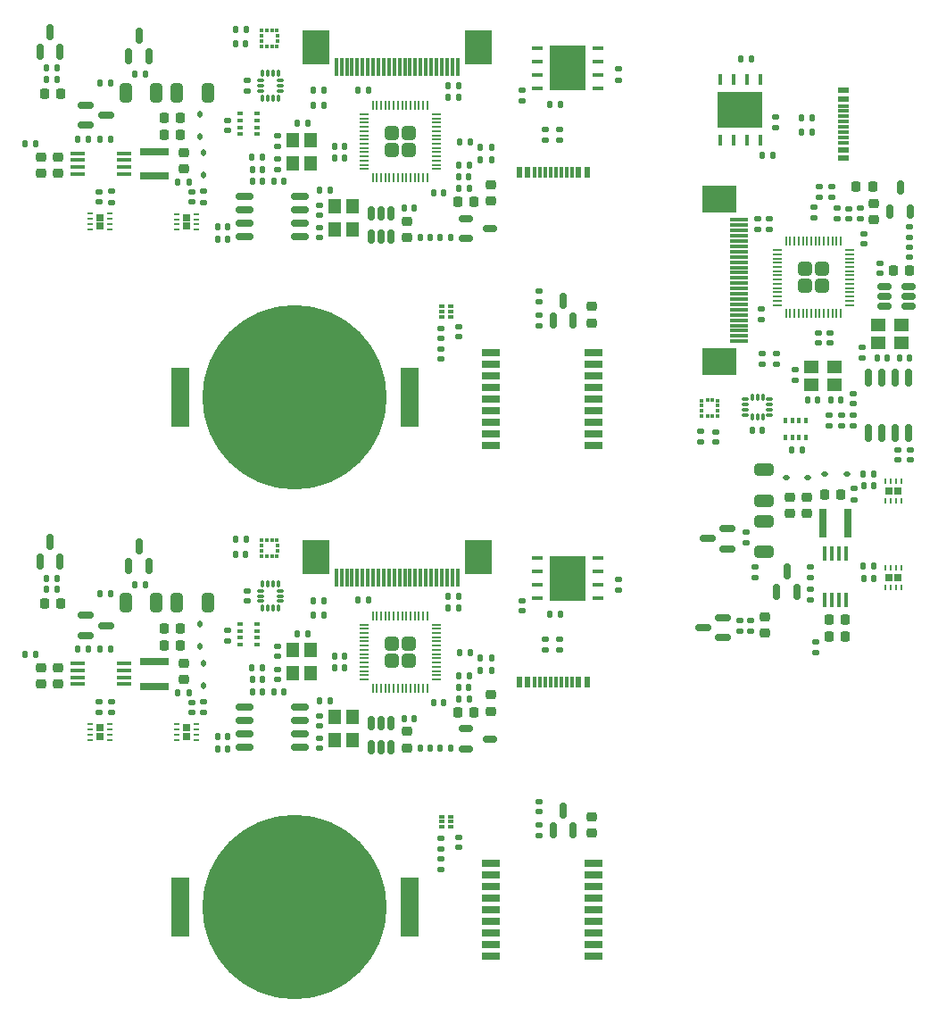
<source format=gbr>
%TF.GenerationSoftware,KiCad,Pcbnew,8.0.2*%
%TF.CreationDate,2024-05-13T13:54:00+09:00*%
%TF.ProjectId,ikafly_rev1a_p,696b6166-6c79-45f7-9265-7631615f702e,rev?*%
%TF.SameCoordinates,Original*%
%TF.FileFunction,Paste,Top*%
%TF.FilePolarity,Positive*%
%FSLAX46Y46*%
G04 Gerber Fmt 4.6, Leading zero omitted, Abs format (unit mm)*
G04 Created by KiCad (PCBNEW 8.0.2) date 2024-05-13 13:54:00*
%MOMM*%
%LPD*%
G01*
G04 APERTURE LIST*
G04 Aperture macros list*
%AMRoundRect*
0 Rectangle with rounded corners*
0 $1 Rounding radius*
0 $2 $3 $4 $5 $6 $7 $8 $9 X,Y pos of 4 corners*
0 Add a 4 corners polygon primitive as box body*
4,1,4,$2,$3,$4,$5,$6,$7,$8,$9,$2,$3,0*
0 Add four circle primitives for the rounded corners*
1,1,$1+$1,$2,$3*
1,1,$1+$1,$4,$5*
1,1,$1+$1,$6,$7*
1,1,$1+$1,$8,$9*
0 Add four rect primitives between the rounded corners*
20,1,$1+$1,$2,$3,$4,$5,0*
20,1,$1+$1,$4,$5,$6,$7,0*
20,1,$1+$1,$6,$7,$8,$9,0*
20,1,$1+$1,$8,$9,$2,$3,0*%
G04 Aperture macros list end*
%ADD10RoundRect,0.140000X-0.170000X0.140000X-0.170000X-0.140000X0.170000X-0.140000X0.170000X0.140000X0*%
%ADD11RoundRect,0.135000X0.185000X-0.135000X0.185000X0.135000X-0.185000X0.135000X-0.185000X-0.135000X0*%
%ADD12RoundRect,0.135000X0.135000X0.185000X-0.135000X0.185000X-0.135000X-0.185000X0.135000X-0.185000X0*%
%ADD13RoundRect,0.225000X-0.250000X0.225000X-0.250000X-0.225000X0.250000X-0.225000X0.250000X0.225000X0*%
%ADD14R,3.200000X2.500000*%
%ADD15R,1.800000X0.350000*%
%ADD16RoundRect,0.140000X0.170000X-0.140000X0.170000X0.140000X-0.170000X0.140000X-0.170000X-0.140000X0*%
%ADD17RoundRect,0.150000X0.150000X-0.512500X0.150000X0.512500X-0.150000X0.512500X-0.150000X-0.512500X0*%
%ADD18RoundRect,0.249999X-0.395001X-0.395001X0.395001X-0.395001X0.395001X0.395001X-0.395001X0.395001X0*%
%ADD19RoundRect,0.050000X-0.387500X-0.050000X0.387500X-0.050000X0.387500X0.050000X-0.387500X0.050000X0*%
%ADD20RoundRect,0.050000X-0.050000X-0.387500X0.050000X-0.387500X0.050000X0.387500X-0.050000X0.387500X0*%
%ADD21RoundRect,0.135000X-0.185000X0.135000X-0.185000X-0.135000X0.185000X-0.135000X0.185000X0.135000X0*%
%ADD22RoundRect,0.140000X0.140000X0.170000X-0.140000X0.170000X-0.140000X-0.170000X0.140000X-0.170000X0*%
%ADD23RoundRect,0.150000X0.512500X0.150000X-0.512500X0.150000X-0.512500X-0.150000X0.512500X-0.150000X0*%
%ADD24RoundRect,0.150000X0.150000X-0.587500X0.150000X0.587500X-0.150000X0.587500X-0.150000X-0.587500X0*%
%ADD25RoundRect,0.150000X0.587500X0.150000X-0.587500X0.150000X-0.587500X-0.150000X0.587500X-0.150000X0*%
%ADD26R,1.140000X0.600000*%
%ADD27R,1.140000X0.300000*%
%ADD28R,0.450000X1.050000*%
%ADD29R,4.350000X3.450000*%
%ADD30R,0.650000X0.750000*%
%ADD31R,0.250000X0.500000*%
%ADD32RoundRect,0.147500X0.172500X-0.147500X0.172500X0.147500X-0.172500X0.147500X-0.172500X-0.147500X0*%
%ADD33RoundRect,0.140000X-0.140000X-0.170000X0.140000X-0.170000X0.140000X0.170000X-0.140000X0.170000X0*%
%ADD34R,0.350000X0.500000*%
%ADD35RoundRect,0.250000X-0.650000X0.325000X-0.650000X-0.325000X0.650000X-0.325000X0.650000X0.325000X0*%
%ADD36R,0.450000X1.425000*%
%ADD37RoundRect,0.147500X-0.172500X0.147500X-0.172500X-0.147500X0.172500X-0.147500X0.172500X0.147500X0*%
%ADD38RoundRect,0.150000X0.150000X-0.675000X0.150000X0.675000X-0.150000X0.675000X-0.150000X-0.675000X0*%
%ADD39RoundRect,0.225000X0.250000X-0.225000X0.250000X0.225000X-0.250000X0.225000X-0.250000X-0.225000X0*%
%ADD40RoundRect,0.225000X-0.225000X-0.250000X0.225000X-0.250000X0.225000X0.250000X-0.225000X0.250000X0*%
%ADD41R,1.400000X1.200000*%
%ADD42RoundRect,0.218750X0.256250X-0.218750X0.256250X0.218750X-0.256250X0.218750X-0.256250X-0.218750X0*%
%ADD43R,0.375000X0.350000*%
%ADD44R,0.350000X0.375000*%
%ADD45RoundRect,0.225000X0.225000X0.250000X-0.225000X0.250000X-0.225000X-0.250000X0.225000X-0.250000X0*%
%ADD46RoundRect,0.112500X0.187500X0.112500X-0.187500X0.112500X-0.187500X-0.112500X0.187500X-0.112500X0*%
%ADD47RoundRect,0.218750X-0.218750X-0.256250X0.218750X-0.256250X0.218750X0.256250X-0.218750X0.256250X0*%
%ADD48RoundRect,0.087500X-0.225000X-0.087500X0.225000X-0.087500X0.225000X0.087500X-0.225000X0.087500X0*%
%ADD49RoundRect,0.087500X-0.087500X-0.225000X0.087500X-0.225000X0.087500X0.225000X-0.087500X0.225000X0*%
%ADD50R,0.800000X2.700000*%
%ADD51RoundRect,0.112500X-0.187500X-0.112500X0.187500X-0.112500X0.187500X0.112500X-0.187500X0.112500X0*%
%ADD52RoundRect,0.135000X-0.135000X-0.185000X0.135000X-0.185000X0.135000X0.185000X-0.135000X0.185000X0*%
%ADD53R,2.500000X3.200000*%
%ADD54R,0.350000X1.800000*%
%ADD55RoundRect,0.150000X-0.512500X-0.150000X0.512500X-0.150000X0.512500X0.150000X-0.512500X0.150000X0*%
%ADD56RoundRect,0.249999X-0.395001X0.395001X-0.395001X-0.395001X0.395001X-0.395001X0.395001X0.395001X0*%
%ADD57RoundRect,0.050000X-0.050000X0.387500X-0.050000X-0.387500X0.050000X-0.387500X0.050000X0.387500X0*%
%ADD58RoundRect,0.050000X-0.387500X0.050000X-0.387500X-0.050000X0.387500X-0.050000X0.387500X0.050000X0*%
%ADD59R,1.750000X5.600000*%
%ADD60C,17.500000*%
%ADD61RoundRect,0.150000X-0.587500X-0.150000X0.587500X-0.150000X0.587500X0.150000X-0.587500X0.150000X0*%
%ADD62R,0.600000X1.140000*%
%ADD63R,0.300000X1.140000*%
%ADD64R,1.050000X0.450000*%
%ADD65R,3.450000X4.350000*%
%ADD66R,0.750000X0.650000*%
%ADD67R,0.500000X0.250000*%
%ADD68R,0.600000X0.300000*%
%ADD69RoundRect,0.147500X-0.147500X-0.172500X0.147500X-0.172500X0.147500X0.172500X-0.147500X0.172500X0*%
%ADD70R,0.500000X0.350000*%
%ADD71RoundRect,0.250000X0.325000X0.650000X-0.325000X0.650000X-0.325000X-0.650000X0.325000X-0.650000X0*%
%ADD72R,1.425000X0.450000*%
%ADD73RoundRect,0.147500X0.147500X0.172500X-0.147500X0.172500X-0.147500X-0.172500X0.147500X-0.172500X0*%
%ADD74RoundRect,0.150000X-0.675000X-0.150000X0.675000X-0.150000X0.675000X0.150000X-0.675000X0.150000X0*%
%ADD75R,1.200000X1.400000*%
%ADD76RoundRect,0.112500X0.112500X-0.187500X0.112500X0.187500X-0.112500X0.187500X-0.112500X-0.187500X0*%
%ADD77RoundRect,0.218750X-0.256250X0.218750X-0.256250X-0.218750X0.256250X-0.218750X0.256250X0.218750X0*%
%ADD78RoundRect,0.087500X-0.087500X0.225000X-0.087500X-0.225000X0.087500X-0.225000X0.087500X0.225000X0*%
%ADD79RoundRect,0.087500X-0.225000X0.087500X-0.225000X-0.087500X0.225000X-0.087500X0.225000X0.087500X0*%
%ADD80R,2.700000X0.800000*%
%ADD81R,1.800000X0.800000*%
%ADD82RoundRect,0.112500X-0.112500X0.187500X-0.112500X-0.187500X0.112500X-0.187500X0.112500X0.187500X0*%
G04 APERTURE END LIST*
D10*
%TO.C,C25*%
X146300000Y-79490000D03*
X146300000Y-80450000D03*
%TD*%
D11*
%TO.C,R4*%
X153850000Y-74580000D03*
X153850000Y-73560000D03*
%TD*%
%TO.C,R9*%
X152100000Y-73030000D03*
X152100000Y-72010000D03*
%TD*%
D12*
%TO.C,R10*%
X155410000Y-49670000D03*
X154390000Y-49670000D03*
%TD*%
D13*
%TO.C,C39*%
X153300000Y-85645000D03*
X153300000Y-87195000D03*
%TD*%
D14*
%TO.C,J8*%
X146600000Y-72820000D03*
X146600000Y-57420000D03*
D15*
X148500000Y-70870000D03*
X148500000Y-70370000D03*
X148500000Y-69870000D03*
X148500000Y-69370000D03*
X148500000Y-68870000D03*
X148500000Y-68370000D03*
X148500000Y-67870000D03*
X148500000Y-67370000D03*
X148500000Y-66870000D03*
X148500000Y-66370000D03*
X148500000Y-65870000D03*
X148500000Y-65370000D03*
X148500000Y-64870000D03*
X148500000Y-64370000D03*
X148500000Y-63870000D03*
X148500000Y-63370000D03*
X148500000Y-62870000D03*
X148500000Y-62370000D03*
X148500000Y-61870000D03*
X148500000Y-61370000D03*
X148500000Y-60870000D03*
X148500000Y-60370000D03*
X148500000Y-59870000D03*
X148500000Y-59370000D03*
%TD*%
D16*
%TO.C,C10*%
X158900000Y-59250000D03*
X158900000Y-58290000D03*
%TD*%
D11*
%TO.C,R21*%
X155300000Y-93280000D03*
X155300000Y-92260000D03*
%TD*%
D16*
%TO.C,C28*%
X159350000Y-78850000D03*
X159350000Y-77890000D03*
%TD*%
D17*
%TO.C,IC12*%
X162850000Y-58545000D03*
X164750000Y-58545000D03*
X163800000Y-56270000D03*
%TD*%
D18*
%TO.C,IC2*%
X154762500Y-64020000D03*
X154762500Y-65620000D03*
X156362500Y-64020000D03*
X156362500Y-65620000D03*
D19*
X152125000Y-62220000D03*
X152125000Y-62620000D03*
X152125000Y-63020000D03*
X152125000Y-63420000D03*
X152125000Y-63820000D03*
X152125000Y-64220000D03*
X152125000Y-64620000D03*
X152125000Y-65020000D03*
X152125000Y-65420000D03*
X152125000Y-65820000D03*
X152125000Y-66220000D03*
X152125000Y-66620000D03*
X152125000Y-67020000D03*
X152125000Y-67420000D03*
D20*
X152962500Y-68257500D03*
X153362500Y-68257500D03*
X153762500Y-68257500D03*
X154162500Y-68257500D03*
X154562500Y-68257500D03*
X154962500Y-68257500D03*
X155362500Y-68257500D03*
X155762500Y-68257500D03*
X156162500Y-68257500D03*
X156562500Y-68257500D03*
X156962500Y-68257500D03*
X157362500Y-68257500D03*
X157762500Y-68257500D03*
X158162500Y-68257500D03*
D19*
X159000000Y-67420000D03*
X159000000Y-67020000D03*
X159000000Y-66620000D03*
X159000000Y-66220000D03*
X159000000Y-65820000D03*
X159000000Y-65420000D03*
X159000000Y-65020000D03*
X159000000Y-64620000D03*
X159000000Y-64220000D03*
X159000000Y-63820000D03*
X159000000Y-63420000D03*
X159000000Y-63020000D03*
X159000000Y-62620000D03*
X159000000Y-62220000D03*
D20*
X158162500Y-61382500D03*
X157762500Y-61382500D03*
X157362500Y-61382500D03*
X156962500Y-61382500D03*
X156562500Y-61382500D03*
X156162500Y-61382500D03*
X155762500Y-61382500D03*
X155362500Y-61382500D03*
X154962500Y-61382500D03*
X154562500Y-61382500D03*
X154162500Y-61382500D03*
X153762500Y-61382500D03*
X153362500Y-61382500D03*
X152962500Y-61382500D03*
%TD*%
D21*
%TO.C,R19*%
X149200000Y-88960000D03*
X149200000Y-89980000D03*
%TD*%
D22*
%TO.C,C32*%
X164680000Y-72460000D03*
X163720000Y-72460000D03*
%TD*%
%TO.C,C46*%
X161300000Y-84570000D03*
X160340000Y-84570000D03*
%TD*%
D23*
%TO.C,IC11*%
X164600000Y-67570000D03*
X164600000Y-66620000D03*
X164600000Y-65670000D03*
X162325000Y-65670000D03*
X162325000Y-66620000D03*
X162325000Y-67570000D03*
%TD*%
D11*
%TO.C,R15*%
X150650000Y-68780000D03*
X150650000Y-67760000D03*
%TD*%
D21*
%TO.C,R2*%
X157300000Y-56160000D03*
X157300000Y-57180000D03*
%TD*%
D24*
%TO.C,Q3*%
X152100000Y-94607500D03*
X154000000Y-94607500D03*
X153050000Y-92732500D03*
%TD*%
D25*
%TO.C,Q2*%
X147435000Y-90550000D03*
X147435000Y-88650000D03*
X145560000Y-89600000D03*
%TD*%
D16*
%TO.C,C7*%
X160000000Y-59230000D03*
X160000000Y-58270000D03*
%TD*%
D21*
%TO.C,R1*%
X156100000Y-56160000D03*
X156100000Y-57180000D03*
%TD*%
D10*
%TO.C,C31*%
X164662500Y-61940000D03*
X164662500Y-62900000D03*
%TD*%
D21*
%TO.C,R24*%
X155800000Y-99360000D03*
X155800000Y-100380000D03*
%TD*%
D10*
%TO.C,C30*%
X164800000Y-81190000D03*
X164800000Y-82150000D03*
%TD*%
D12*
%TO.C,R27*%
X161310000Y-92170000D03*
X160290000Y-92170000D03*
%TD*%
D11*
%TO.C,R26*%
X148570000Y-98400000D03*
X148570000Y-97380000D03*
%TD*%
D26*
%TO.C,J6*%
X158450000Y-53490000D03*
X158450000Y-52690000D03*
D27*
X158450000Y-52040000D03*
X158450000Y-51540000D03*
X158450000Y-51040000D03*
X158450000Y-50540000D03*
X158450000Y-50040000D03*
X158450000Y-49540000D03*
X158450000Y-49040000D03*
X158450000Y-48540000D03*
D26*
X158450000Y-47890000D03*
X158450000Y-47090000D03*
%TD*%
D25*
%TO.C,Q4*%
X147020000Y-98980000D03*
X147020000Y-97080000D03*
X145145000Y-98030000D03*
%TD*%
D28*
%TO.C,IC1*%
X150500000Y-46070000D03*
X149230000Y-46070000D03*
X147960000Y-46070000D03*
X146690000Y-46070000D03*
X146690000Y-51770000D03*
X147960000Y-51770000D03*
X149230000Y-51770000D03*
X150500000Y-51770000D03*
D29*
X148595000Y-48920000D03*
%TD*%
D30*
%TO.C,IC13*%
X162750000Y-93270000D03*
X163550000Y-93270000D03*
D31*
X162400000Y-94220000D03*
X162900000Y-94220000D03*
X163400000Y-94220000D03*
X163900000Y-94220000D03*
X163900000Y-92320000D03*
X163400000Y-92320000D03*
X162900000Y-92320000D03*
X162400000Y-92320000D03*
%TD*%
D21*
%TO.C,R25*%
X149630000Y-97370000D03*
X149630000Y-98390000D03*
%TD*%
D32*
%TO.C,L3*%
X159350000Y-76805000D03*
X159350000Y-75835000D03*
%TD*%
%TO.C,L2*%
X157050000Y-78855000D03*
X157050000Y-77885000D03*
%TD*%
D10*
%TO.C,C8*%
X156000000Y-70070000D03*
X156000000Y-71030000D03*
%TD*%
%TO.C,C29*%
X163600000Y-81190000D03*
X163600000Y-82150000D03*
%TD*%
D33*
%TO.C,C11*%
X150720000Y-53270000D03*
X151680000Y-53270000D03*
%TD*%
D21*
%TO.C,R23*%
X155300000Y-94350000D03*
X155300000Y-95370000D03*
%TD*%
D34*
%TO.C,IC9*%
X152919057Y-78375000D03*
X153569057Y-78375000D03*
X154219057Y-78375000D03*
X154869057Y-78375000D03*
X154859057Y-79975000D03*
X154209057Y-79975000D03*
X153559057Y-79975000D03*
X152909057Y-79975000D03*
%TD*%
D16*
%TO.C,C24*%
X144900000Y-80400000D03*
X144900000Y-79440000D03*
%TD*%
D22*
%TO.C,C44*%
X161280000Y-93370000D03*
X160320000Y-93370000D03*
%TD*%
D35*
%TO.C,C38*%
X150900000Y-83070000D03*
X150900000Y-86020000D03*
%TD*%
D10*
%TO.C,C12*%
X160400000Y-60690000D03*
X160400000Y-61650000D03*
%TD*%
D35*
%TO.C,C37*%
X150900000Y-87920000D03*
X150900000Y-90870000D03*
%TD*%
D16*
%TO.C,C33*%
X161850000Y-64430000D03*
X161850000Y-63470000D03*
%TD*%
%TO.C,C27*%
X158200000Y-78850000D03*
X158200000Y-77890000D03*
%TD*%
D22*
%TO.C,C23*%
X150730000Y-79320000D03*
X149770000Y-79320000D03*
%TD*%
D36*
%TO.C,PS1*%
X158625000Y-90983000D03*
X157975000Y-90983000D03*
X157325000Y-90983000D03*
X156675000Y-90983000D03*
X156675000Y-95407000D03*
X157325000Y-95407000D03*
X157975000Y-95407000D03*
X158625000Y-95407000D03*
%TD*%
D33*
%TO.C,C34*%
X161600000Y-72460000D03*
X162560000Y-72460000D03*
%TD*%
D21*
%TO.C,R22*%
X159400000Y-84860000D03*
X159400000Y-85880000D03*
%TD*%
D13*
%TO.C,C41*%
X151000000Y-96995000D03*
X151000000Y-98545000D03*
%TD*%
D16*
%TO.C,C3*%
X155600000Y-59150000D03*
X155600000Y-58190000D03*
%TD*%
D37*
%TO.C,L4*%
X164680000Y-60025000D03*
X164680000Y-60995000D03*
%TD*%
D38*
%TO.C,IC10*%
X160790000Y-79595000D03*
X162060000Y-79595000D03*
X163330000Y-79595000D03*
X164600000Y-79595000D03*
X164600000Y-74345000D03*
X163330000Y-74345000D03*
X162060000Y-74345000D03*
X160790000Y-74345000D03*
%TD*%
D22*
%TO.C,C26*%
X154480000Y-81220000D03*
X153520000Y-81220000D03*
%TD*%
D16*
%TO.C,C6*%
X151400000Y-60230000D03*
X151400000Y-59270000D03*
%TD*%
D39*
%TO.C,C36*%
X161300000Y-59345000D03*
X161300000Y-57795000D03*
%TD*%
D11*
%TO.C,R5*%
X152000000Y-50580000D03*
X152000000Y-49560000D03*
%TD*%
D40*
%TO.C,C40*%
X156625000Y-85370000D03*
X158175000Y-85370000D03*
%TD*%
D11*
%TO.C,R8*%
X150700000Y-73030000D03*
X150700000Y-72010000D03*
%TD*%
D12*
%TO.C,R3*%
X149710000Y-44070000D03*
X148690000Y-44070000D03*
%TD*%
D41*
%TO.C,Y2*%
X163900000Y-69310000D03*
X161700000Y-69310000D03*
X161700000Y-71010000D03*
X163900000Y-71010000D03*
%TD*%
D30*
%TO.C,IC14*%
X162770000Y-85070000D03*
X163570000Y-85070000D03*
D31*
X162420000Y-86020000D03*
X162920000Y-86020000D03*
X163420000Y-86020000D03*
X163920000Y-86020000D03*
X163920000Y-84120000D03*
X163420000Y-84120000D03*
X162920000Y-84120000D03*
X162420000Y-84120000D03*
%TD*%
D42*
%TO.C,F1*%
X154950000Y-87207500D03*
X154950000Y-85632500D03*
%TD*%
D41*
%TO.C,Y1*%
X155400000Y-74970000D03*
X157600000Y-74970000D03*
X157600000Y-73270000D03*
X155400000Y-73270000D03*
%TD*%
D12*
%TO.C,R28*%
X161310000Y-83470000D03*
X160290000Y-83470000D03*
%TD*%
D43*
%TO.C,IC8*%
X144987500Y-76482500D03*
X144987500Y-76982500D03*
X144987500Y-77482500D03*
X144987500Y-77982500D03*
D44*
X145500000Y-77995000D03*
X146000000Y-77995000D03*
D43*
X146512500Y-77982500D03*
X146512500Y-77482500D03*
X146512500Y-76982500D03*
X146512500Y-76482500D03*
D44*
X146000000Y-76470000D03*
X145500000Y-76470000D03*
%TD*%
D12*
%TO.C,R11*%
X155410000Y-51070000D03*
X154390000Y-51070000D03*
%TD*%
D16*
%TO.C,C4*%
X157800000Y-59230000D03*
X157800000Y-58270000D03*
%TD*%
D10*
%TO.C,C5*%
X157100000Y-70090000D03*
X157100000Y-71050000D03*
%TD*%
D45*
%TO.C,C42*%
X158575000Y-97270000D03*
X157025000Y-97270000D03*
%TD*%
D46*
%TO.C,D3*%
X155050000Y-83770000D03*
X152950000Y-83770000D03*
%TD*%
D47*
%TO.C,L5*%
X163112500Y-64120000D03*
X164687500Y-64120000D03*
%TD*%
D48*
%TO.C,IC7*%
X149087500Y-76370000D03*
X149087500Y-76870000D03*
X149087500Y-77370000D03*
X149087500Y-77870000D03*
D49*
X149750000Y-78032500D03*
X150250000Y-78032500D03*
X150750000Y-78032500D03*
D48*
X151412500Y-77870000D03*
X151412500Y-77370000D03*
X151412500Y-76870000D03*
X151412500Y-76370000D03*
D49*
X150750000Y-76207500D03*
X150250000Y-76207500D03*
X149750000Y-76207500D03*
%TD*%
D16*
%TO.C,C9*%
X150300000Y-60250000D03*
X150300000Y-59290000D03*
%TD*%
D45*
%TO.C,C43*%
X158575000Y-98870000D03*
X157025000Y-98870000D03*
%TD*%
D21*
%TO.C,R20*%
X150000000Y-92230000D03*
X150000000Y-93250000D03*
%TD*%
D50*
%TO.C,L6*%
X156500000Y-88095000D03*
X158800000Y-88095000D03*
%TD*%
D11*
%TO.C,R16*%
X160200000Y-72470000D03*
X160200000Y-71450000D03*
%TD*%
D45*
%TO.C,C35*%
X161175000Y-56170000D03*
X159625000Y-56170000D03*
%TD*%
D51*
%TO.C,D4*%
X156650000Y-83470000D03*
X158750000Y-83470000D03*
%TD*%
D33*
%TO.C,C2*%
X157220000Y-76420000D03*
X158180000Y-76420000D03*
%TD*%
D22*
%TO.C,C1*%
X155980000Y-76420000D03*
X155020000Y-76420000D03*
%TD*%
%TO.C,C25*%
X101680000Y-91075000D03*
X100720000Y-91075000D03*
%TD*%
D52*
%TO.C,R4*%
X106590000Y-98625000D03*
X107610000Y-98625000D03*
%TD*%
%TO.C,R9*%
X108140000Y-96875000D03*
X109160000Y-96875000D03*
%TD*%
D11*
%TO.C,R10*%
X131500000Y-100185000D03*
X131500000Y-99165000D03*
%TD*%
D45*
%TO.C,C39*%
X95525000Y-98075000D03*
X93975000Y-98075000D03*
%TD*%
D53*
%TO.C,J8*%
X108350000Y-91375000D03*
X123750000Y-91375000D03*
D54*
X110300000Y-93275000D03*
X110800000Y-93275000D03*
X111300000Y-93275000D03*
X111800000Y-93275000D03*
X112300000Y-93275000D03*
X112800000Y-93275000D03*
X113300000Y-93275000D03*
X113800000Y-93275000D03*
X114300000Y-93275000D03*
X114800000Y-93275000D03*
X115300000Y-93275000D03*
X115800000Y-93275000D03*
X116300000Y-93275000D03*
X116800000Y-93275000D03*
X117300000Y-93275000D03*
X117800000Y-93275000D03*
X118300000Y-93275000D03*
X118800000Y-93275000D03*
X119300000Y-93275000D03*
X119800000Y-93275000D03*
X120300000Y-93275000D03*
X120800000Y-93275000D03*
X121300000Y-93275000D03*
X121800000Y-93275000D03*
%TD*%
D33*
%TO.C,C10*%
X121920000Y-103675000D03*
X122880000Y-103675000D03*
%TD*%
D52*
%TO.C,R21*%
X87890000Y-100075000D03*
X88910000Y-100075000D03*
%TD*%
D33*
%TO.C,C28*%
X102320000Y-104125000D03*
X103280000Y-104125000D03*
%TD*%
D55*
%TO.C,IC12*%
X122625000Y-107625000D03*
X122625000Y-109525000D03*
X124900000Y-108575000D03*
%TD*%
D56*
%TO.C,IC2*%
X117150000Y-99537500D03*
X115550000Y-99537500D03*
X117150000Y-101137500D03*
X115550000Y-101137500D03*
D57*
X118950000Y-96900000D03*
X118550000Y-96900000D03*
X118150000Y-96900000D03*
X117750000Y-96900000D03*
X117350000Y-96900000D03*
X116950000Y-96900000D03*
X116550000Y-96900000D03*
X116150000Y-96900000D03*
X115750000Y-96900000D03*
X115350000Y-96900000D03*
X114950000Y-96900000D03*
X114550000Y-96900000D03*
X114150000Y-96900000D03*
X113750000Y-96900000D03*
D58*
X112912500Y-97737500D03*
X112912500Y-98137500D03*
X112912500Y-98537500D03*
X112912500Y-98937500D03*
X112912500Y-99337500D03*
X112912500Y-99737500D03*
X112912500Y-100137500D03*
X112912500Y-100537500D03*
X112912500Y-100937500D03*
X112912500Y-101337500D03*
X112912500Y-101737500D03*
X112912500Y-102137500D03*
X112912500Y-102537500D03*
X112912500Y-102937500D03*
D57*
X113750000Y-103775000D03*
X114150000Y-103775000D03*
X114550000Y-103775000D03*
X114950000Y-103775000D03*
X115350000Y-103775000D03*
X115750000Y-103775000D03*
X116150000Y-103775000D03*
X116550000Y-103775000D03*
X116950000Y-103775000D03*
X117350000Y-103775000D03*
X117750000Y-103775000D03*
X118150000Y-103775000D03*
X118550000Y-103775000D03*
X118950000Y-103775000D03*
D58*
X119787500Y-102937500D03*
X119787500Y-102537500D03*
X119787500Y-102137500D03*
X119787500Y-101737500D03*
X119787500Y-101337500D03*
X119787500Y-100937500D03*
X119787500Y-100537500D03*
X119787500Y-100137500D03*
X119787500Y-99737500D03*
X119787500Y-99337500D03*
X119787500Y-98937500D03*
X119787500Y-98537500D03*
X119787500Y-98137500D03*
X119787500Y-97737500D03*
%TD*%
D12*
%TO.C,R19*%
X92210000Y-93975000D03*
X91190000Y-93975000D03*
%TD*%
D16*
%TO.C,C32*%
X108710000Y-109455000D03*
X108710000Y-108495000D03*
%TD*%
D59*
%TO.C,BT2*%
X95475000Y-124555000D03*
X117225000Y-124555000D03*
D60*
X106350000Y-124555000D03*
%TD*%
D16*
%TO.C,C46*%
X96600000Y-106075000D03*
X96600000Y-105115000D03*
%TD*%
D17*
%TO.C,IC11*%
X113600000Y-109375000D03*
X114550000Y-109375000D03*
X115500000Y-109375000D03*
X115500000Y-107100000D03*
X114550000Y-107100000D03*
X113600000Y-107100000D03*
%TD*%
D52*
%TO.C,R15*%
X112390000Y-95425000D03*
X113410000Y-95425000D03*
%TD*%
D12*
%TO.C,R2*%
X125010000Y-102075000D03*
X123990000Y-102075000D03*
%TD*%
D61*
%TO.C,Q3*%
X86562500Y-96875000D03*
X86562500Y-98775000D03*
X88437500Y-97825000D03*
%TD*%
D24*
%TO.C,Q2*%
X90620000Y-92210000D03*
X92520000Y-92210000D03*
X91570000Y-90335000D03*
%TD*%
D33*
%TO.C,C7*%
X121940000Y-104775000D03*
X122900000Y-104775000D03*
%TD*%
D21*
%TO.C,R12*%
X129550000Y-116765000D03*
X129550000Y-117785000D03*
%TD*%
D16*
%TO.C,C15*%
X129550000Y-115485000D03*
X129550000Y-114525000D03*
%TD*%
D12*
%TO.C,R1*%
X125010000Y-100875000D03*
X123990000Y-100875000D03*
%TD*%
D22*
%TO.C,C31*%
X119230000Y-109437500D03*
X118270000Y-109437500D03*
%TD*%
D12*
%TO.C,R24*%
X81810000Y-100575000D03*
X80790000Y-100575000D03*
%TD*%
D22*
%TO.C,C30*%
X99980000Y-109575000D03*
X99020000Y-109575000D03*
%TD*%
D11*
%TO.C,R27*%
X89000000Y-106085000D03*
X89000000Y-105065000D03*
%TD*%
D52*
%TO.C,R26*%
X82770000Y-93345000D03*
X83790000Y-93345000D03*
%TD*%
D62*
%TO.C,J6*%
X127680000Y-103225000D03*
X128480000Y-103225000D03*
D63*
X129130000Y-103225000D03*
X129630000Y-103225000D03*
X130130000Y-103225000D03*
X130630000Y-103225000D03*
X131130000Y-103225000D03*
X131630000Y-103225000D03*
X132130000Y-103225000D03*
X132630000Y-103225000D03*
D62*
X133280000Y-103225000D03*
X134080000Y-103225000D03*
%TD*%
D24*
%TO.C,Q4*%
X82190000Y-91795000D03*
X84090000Y-91795000D03*
X83140000Y-89920000D03*
%TD*%
D39*
%TO.C,C16*%
X134550000Y-117525000D03*
X134550000Y-115975000D03*
%TD*%
D64*
%TO.C,IC1*%
X135100000Y-95275000D03*
X135100000Y-94005000D03*
X135100000Y-92735000D03*
X135100000Y-91465000D03*
X129400000Y-91465000D03*
X129400000Y-92735000D03*
X129400000Y-94005000D03*
X129400000Y-95275000D03*
D65*
X132250000Y-93370000D03*
%TD*%
D66*
%TO.C,IC13*%
X87900000Y-107525000D03*
X87900000Y-108325000D03*
D67*
X86950000Y-107175000D03*
X86950000Y-107675000D03*
X86950000Y-108175000D03*
X86950000Y-108675000D03*
X88850000Y-108675000D03*
X88850000Y-108175000D03*
X88850000Y-107675000D03*
X88850000Y-107175000D03*
%TD*%
D12*
%TO.C,R25*%
X83800000Y-94405000D03*
X82780000Y-94405000D03*
%TD*%
D68*
%TO.C,IC3*%
X120280000Y-115937500D03*
X120280000Y-116427500D03*
X120280000Y-116947500D03*
X121120000Y-116937500D03*
X121120000Y-116437500D03*
X121120000Y-115937500D03*
%TD*%
D69*
%TO.C,L3*%
X104365000Y-104125000D03*
X105335000Y-104125000D03*
%TD*%
%TO.C,L2*%
X102315000Y-101825000D03*
X103285000Y-101825000D03*
%TD*%
D22*
%TO.C,C8*%
X111100000Y-100775000D03*
X110140000Y-100775000D03*
%TD*%
%TO.C,C29*%
X99980000Y-108375000D03*
X99020000Y-108375000D03*
%TD*%
D10*
%TO.C,C11*%
X127900000Y-95495000D03*
X127900000Y-96455000D03*
%TD*%
D12*
%TO.C,R23*%
X86820000Y-100075000D03*
X85800000Y-100075000D03*
%TD*%
D70*
%TO.C,IC9*%
X102795000Y-97694057D03*
X102795000Y-98344057D03*
X102795000Y-98994057D03*
X102795000Y-99644057D03*
X101195000Y-99634057D03*
X101195000Y-98984057D03*
X101195000Y-98334057D03*
X101195000Y-97684057D03*
%TD*%
D33*
%TO.C,C24*%
X100770000Y-89675000D03*
X101730000Y-89675000D03*
%TD*%
D16*
%TO.C,C44*%
X87800000Y-106055000D03*
X87800000Y-105095000D03*
%TD*%
%TO.C,C13*%
X120200000Y-120955000D03*
X120200000Y-119995000D03*
%TD*%
D71*
%TO.C,C38*%
X98100000Y-95675000D03*
X95150000Y-95675000D03*
%TD*%
D22*
%TO.C,C12*%
X120480000Y-105175000D03*
X119520000Y-105175000D03*
%TD*%
D71*
%TO.C,C37*%
X93250000Y-95675000D03*
X90300000Y-95675000D03*
%TD*%
D33*
%TO.C,C33*%
X116740000Y-106625000D03*
X117700000Y-106625000D03*
%TD*%
%TO.C,C27*%
X102320000Y-102975000D03*
X103280000Y-102975000D03*
%TD*%
D16*
%TO.C,C23*%
X101850000Y-95505000D03*
X101850000Y-94545000D03*
%TD*%
D32*
%TO.C,L1*%
X120200000Y-118995000D03*
X120200000Y-118025000D03*
%TD*%
D72*
%TO.C,PS1*%
X90187000Y-103400000D03*
X90187000Y-102750000D03*
X90187000Y-102100000D03*
X90187000Y-101450000D03*
X85763000Y-101450000D03*
X85763000Y-102100000D03*
X85763000Y-102750000D03*
X85763000Y-103400000D03*
%TD*%
D10*
%TO.C,C34*%
X108710000Y-106375000D03*
X108710000Y-107335000D03*
%TD*%
D12*
%TO.C,R22*%
X96310000Y-104175000D03*
X95290000Y-104175000D03*
%TD*%
D45*
%TO.C,C41*%
X84175000Y-95775000D03*
X82625000Y-95775000D03*
%TD*%
D33*
%TO.C,C3*%
X122020000Y-100375000D03*
X122980000Y-100375000D03*
%TD*%
D73*
%TO.C,L4*%
X121145000Y-109455000D03*
X120175000Y-109455000D03*
%TD*%
D74*
%TO.C,IC10*%
X101575000Y-105565000D03*
X101575000Y-106835000D03*
X101575000Y-108105000D03*
X101575000Y-109375000D03*
X106825000Y-109375000D03*
X106825000Y-108105000D03*
X106825000Y-106835000D03*
X106825000Y-105565000D03*
%TD*%
D16*
%TO.C,C26*%
X99950000Y-99255000D03*
X99950000Y-98295000D03*
%TD*%
D33*
%TO.C,C6*%
X120940000Y-96175000D03*
X121900000Y-96175000D03*
%TD*%
D40*
%TO.C,C36*%
X121825000Y-106075000D03*
X123375000Y-106075000D03*
%TD*%
D52*
%TO.C,R5*%
X130590000Y-96775000D03*
X131610000Y-96775000D03*
%TD*%
D13*
%TO.C,C40*%
X95800000Y-101400000D03*
X95800000Y-102950000D03*
%TD*%
D52*
%TO.C,R8*%
X108140000Y-95475000D03*
X109160000Y-95475000D03*
%TD*%
D11*
%TO.C,R3*%
X137100000Y-94485000D03*
X137100000Y-93465000D03*
%TD*%
D75*
%TO.C,Y2*%
X111860000Y-108675000D03*
X111860000Y-106475000D03*
X110160000Y-106475000D03*
X110160000Y-108675000D03*
%TD*%
D66*
%TO.C,IC14*%
X96100000Y-107545000D03*
X96100000Y-108345000D03*
D67*
X95150000Y-107195000D03*
X95150000Y-107695000D03*
X95150000Y-108195000D03*
X95150000Y-108695000D03*
X97050000Y-108695000D03*
X97050000Y-108195000D03*
X97050000Y-107695000D03*
X97050000Y-107195000D03*
%TD*%
D47*
%TO.C,F1*%
X93962500Y-99725000D03*
X95537500Y-99725000D03*
%TD*%
D75*
%TO.C,Y1*%
X106200000Y-100175000D03*
X106200000Y-102375000D03*
X107900000Y-102375000D03*
X107900000Y-100175000D03*
%TD*%
D11*
%TO.C,R28*%
X97700000Y-106085000D03*
X97700000Y-105065000D03*
%TD*%
D44*
%TO.C,IC8*%
X104687500Y-89762500D03*
X104187500Y-89762500D03*
X103687500Y-89762500D03*
X103187500Y-89762500D03*
D43*
X103175000Y-90275000D03*
X103175000Y-90775000D03*
D44*
X103187500Y-91287500D03*
X103687500Y-91287500D03*
X104187500Y-91287500D03*
X104687500Y-91287500D03*
D43*
X104700000Y-90775000D03*
X104700000Y-90275000D03*
%TD*%
D24*
%TO.C,Q1*%
X130870000Y-117275000D03*
X132770000Y-117275000D03*
X131820000Y-115400000D03*
%TD*%
D11*
%TO.C,R11*%
X130100000Y-100185000D03*
X130100000Y-99165000D03*
%TD*%
D33*
%TO.C,C4*%
X121940000Y-102575000D03*
X122900000Y-102575000D03*
%TD*%
D22*
%TO.C,C5*%
X111080000Y-101875000D03*
X110120000Y-101875000D03*
%TD*%
D39*
%TO.C,C42*%
X83900000Y-103350000D03*
X83900000Y-101800000D03*
%TD*%
D76*
%TO.C,D3*%
X97400000Y-99825000D03*
X97400000Y-97725000D03*
%TD*%
D77*
%TO.C,L5*%
X117050000Y-107887500D03*
X117050000Y-109462500D03*
%TD*%
D78*
%TO.C,IC7*%
X104800000Y-93862500D03*
X104300000Y-93862500D03*
X103800000Y-93862500D03*
X103300000Y-93862500D03*
D79*
X103137500Y-94525000D03*
X103137500Y-95025000D03*
X103137500Y-95525000D03*
D78*
X103300000Y-96187500D03*
X103800000Y-96187500D03*
X104300000Y-96187500D03*
X104800000Y-96187500D03*
D79*
X104962500Y-95525000D03*
X104962500Y-95025000D03*
X104962500Y-94525000D03*
%TD*%
D33*
%TO.C,C9*%
X120920000Y-95075000D03*
X121880000Y-95075000D03*
%TD*%
D39*
%TO.C,C43*%
X82300000Y-103350000D03*
X82300000Y-101800000D03*
%TD*%
D12*
%TO.C,R20*%
X88940000Y-94775000D03*
X87920000Y-94775000D03*
%TD*%
D80*
%TO.C,L6*%
X93075000Y-101275000D03*
X93075000Y-103575000D03*
%TD*%
D10*
%TO.C,C14*%
X121900000Y-117895000D03*
X121900000Y-118855000D03*
%TD*%
D81*
%TO.C,IC4*%
X134700000Y-129175000D03*
X134700000Y-128075000D03*
X134700000Y-126975000D03*
X134700000Y-125875000D03*
X134700000Y-124775000D03*
X134700000Y-123675000D03*
X134700000Y-122575000D03*
X134700000Y-121475000D03*
X134700000Y-120375000D03*
X125000000Y-120375000D03*
X125000000Y-121475000D03*
X125000000Y-122575000D03*
X125000000Y-123675000D03*
X125000000Y-124775000D03*
X125000000Y-125875000D03*
X125000000Y-126975000D03*
X125000000Y-128075000D03*
X125000000Y-129175000D03*
%TD*%
D52*
%TO.C,R16*%
X108700000Y-104975000D03*
X109720000Y-104975000D03*
%TD*%
D39*
%TO.C,C35*%
X125000000Y-105950000D03*
X125000000Y-104400000D03*
%TD*%
D82*
%TO.C,D4*%
X97700000Y-101425000D03*
X97700000Y-103525000D03*
%TD*%
D10*
%TO.C,C2*%
X104750000Y-101995000D03*
X104750000Y-102955000D03*
%TD*%
D16*
%TO.C,C1*%
X104750000Y-100755000D03*
X104750000Y-99795000D03*
%TD*%
D22*
%TO.C,C5*%
X111080000Y-53475000D03*
X110120000Y-53475000D03*
%TD*%
D47*
%TO.C,F1*%
X93962500Y-51325000D03*
X95537500Y-51325000D03*
%TD*%
D52*
%TO.C,R8*%
X108140000Y-47075000D03*
X109160000Y-47075000D03*
%TD*%
D39*
%TO.C,C42*%
X83900000Y-54950000D03*
X83900000Y-53400000D03*
%TD*%
D33*
%TO.C,C4*%
X121940000Y-54175000D03*
X122900000Y-54175000D03*
%TD*%
D11*
%TO.C,R3*%
X137100000Y-46085000D03*
X137100000Y-45065000D03*
%TD*%
D24*
%TO.C,Q1*%
X130870000Y-68875000D03*
X132770000Y-68875000D03*
X131820000Y-67000000D03*
%TD*%
D11*
%TO.C,R11*%
X130100000Y-51785000D03*
X130100000Y-50765000D03*
%TD*%
%TO.C,R28*%
X97700000Y-57685000D03*
X97700000Y-56665000D03*
%TD*%
D44*
%TO.C,IC8*%
X104687500Y-41362500D03*
X104187500Y-41362500D03*
X103687500Y-41362500D03*
X103187500Y-41362500D03*
D43*
X103175000Y-41875000D03*
X103175000Y-42375000D03*
D44*
X103187500Y-42887500D03*
X103687500Y-42887500D03*
X104187500Y-42887500D03*
X104687500Y-42887500D03*
D43*
X104700000Y-42375000D03*
X104700000Y-41875000D03*
%TD*%
D75*
%TO.C,Y2*%
X111860000Y-60275000D03*
X111860000Y-58075000D03*
X110160000Y-58075000D03*
X110160000Y-60275000D03*
%TD*%
%TO.C,Y1*%
X106200000Y-51775000D03*
X106200000Y-53975000D03*
X107900000Y-53975000D03*
X107900000Y-51775000D03*
%TD*%
D66*
%TO.C,IC14*%
X96100000Y-59145000D03*
X96100000Y-59945000D03*
D67*
X95150000Y-58795000D03*
X95150000Y-59295000D03*
X95150000Y-59795000D03*
X95150000Y-60295000D03*
X97050000Y-60295000D03*
X97050000Y-59795000D03*
X97050000Y-59295000D03*
X97050000Y-58795000D03*
%TD*%
D22*
%TO.C,C31*%
X119230000Y-61037500D03*
X118270000Y-61037500D03*
%TD*%
D69*
%TO.C,L3*%
X104365000Y-55725000D03*
X105335000Y-55725000D03*
%TD*%
D68*
%TO.C,IC3*%
X120280000Y-67537500D03*
X120280000Y-68027500D03*
X120280000Y-68547500D03*
X121120000Y-68537500D03*
X121120000Y-68037500D03*
X121120000Y-67537500D03*
%TD*%
D12*
%TO.C,R25*%
X83800000Y-46005000D03*
X82780000Y-46005000D03*
%TD*%
D66*
%TO.C,IC13*%
X87900000Y-59125000D03*
X87900000Y-59925000D03*
D67*
X86950000Y-58775000D03*
X86950000Y-59275000D03*
X86950000Y-59775000D03*
X86950000Y-60275000D03*
X88850000Y-60275000D03*
X88850000Y-59775000D03*
X88850000Y-59275000D03*
X88850000Y-58775000D03*
%TD*%
D24*
%TO.C,Q4*%
X82190000Y-43395000D03*
X84090000Y-43395000D03*
X83140000Y-41520000D03*
%TD*%
D64*
%TO.C,IC1*%
X135100000Y-46875000D03*
X135100000Y-45605000D03*
X135100000Y-44335000D03*
X135100000Y-43065000D03*
X129400000Y-43065000D03*
X129400000Y-44335000D03*
X129400000Y-45605000D03*
X129400000Y-46875000D03*
D65*
X132250000Y-44970000D03*
%TD*%
D22*
%TO.C,C30*%
X99980000Y-61175000D03*
X99020000Y-61175000D03*
%TD*%
D39*
%TO.C,C16*%
X134550000Y-69125000D03*
X134550000Y-67575000D03*
%TD*%
D69*
%TO.C,L2*%
X102315000Y-53425000D03*
X103285000Y-53425000D03*
%TD*%
D12*
%TO.C,R24*%
X81810000Y-52175000D03*
X80790000Y-52175000D03*
%TD*%
D62*
%TO.C,J6*%
X127680000Y-54825000D03*
X128480000Y-54825000D03*
D63*
X129130000Y-54825000D03*
X129630000Y-54825000D03*
X130130000Y-54825000D03*
X130630000Y-54825000D03*
X131130000Y-54825000D03*
X131630000Y-54825000D03*
X132130000Y-54825000D03*
X132630000Y-54825000D03*
D62*
X133280000Y-54825000D03*
X134080000Y-54825000D03*
%TD*%
D52*
%TO.C,R26*%
X82770000Y-44945000D03*
X83790000Y-44945000D03*
%TD*%
D11*
%TO.C,R27*%
X89000000Y-57685000D03*
X89000000Y-56665000D03*
%TD*%
D10*
%TO.C,C2*%
X104750000Y-53595000D03*
X104750000Y-54555000D03*
%TD*%
D80*
%TO.C,L6*%
X93075000Y-52875000D03*
X93075000Y-55175000D03*
%TD*%
D52*
%TO.C,R16*%
X108700000Y-56575000D03*
X109720000Y-56575000D03*
%TD*%
D81*
%TO.C,IC4*%
X134700000Y-80775000D03*
X134700000Y-79675000D03*
X134700000Y-78575000D03*
X134700000Y-77475000D03*
X134700000Y-76375000D03*
X134700000Y-75275000D03*
X134700000Y-74175000D03*
X134700000Y-73075000D03*
X134700000Y-71975000D03*
X125000000Y-71975000D03*
X125000000Y-73075000D03*
X125000000Y-74175000D03*
X125000000Y-75275000D03*
X125000000Y-76375000D03*
X125000000Y-77475000D03*
X125000000Y-78575000D03*
X125000000Y-79675000D03*
X125000000Y-80775000D03*
%TD*%
D82*
%TO.C,D4*%
X97700000Y-53025000D03*
X97700000Y-55125000D03*
%TD*%
D39*
%TO.C,C43*%
X82300000Y-54950000D03*
X82300000Y-53400000D03*
%TD*%
%TO.C,C35*%
X125000000Y-57550000D03*
X125000000Y-56000000D03*
%TD*%
D16*
%TO.C,C1*%
X104750000Y-52355000D03*
X104750000Y-51395000D03*
%TD*%
D12*
%TO.C,R20*%
X88940000Y-46375000D03*
X87920000Y-46375000D03*
%TD*%
D78*
%TO.C,IC7*%
X104800000Y-45462500D03*
X104300000Y-45462500D03*
X103800000Y-45462500D03*
X103300000Y-45462500D03*
D79*
X103137500Y-46125000D03*
X103137500Y-46625000D03*
X103137500Y-47125000D03*
D78*
X103300000Y-47787500D03*
X103800000Y-47787500D03*
X104300000Y-47787500D03*
X104800000Y-47787500D03*
D79*
X104962500Y-47125000D03*
X104962500Y-46625000D03*
X104962500Y-46125000D03*
%TD*%
D10*
%TO.C,C14*%
X121900000Y-69495000D03*
X121900000Y-70455000D03*
%TD*%
D77*
%TO.C,L5*%
X117050000Y-59487500D03*
X117050000Y-61062500D03*
%TD*%
D33*
%TO.C,C9*%
X120920000Y-46675000D03*
X121880000Y-46675000D03*
%TD*%
D76*
%TO.C,D3*%
X97400000Y-51425000D03*
X97400000Y-49325000D03*
%TD*%
D16*
%TO.C,C26*%
X99950000Y-50855000D03*
X99950000Y-49895000D03*
%TD*%
D73*
%TO.C,L4*%
X121145000Y-61055000D03*
X120175000Y-61055000D03*
%TD*%
D13*
%TO.C,C40*%
X95800000Y-53000000D03*
X95800000Y-54550000D03*
%TD*%
D10*
%TO.C,C34*%
X108710000Y-57975000D03*
X108710000Y-58935000D03*
%TD*%
D33*
%TO.C,C3*%
X122020000Y-51975000D03*
X122980000Y-51975000D03*
%TD*%
D72*
%TO.C,PS1*%
X90187000Y-55000000D03*
X90187000Y-54350000D03*
X90187000Y-53700000D03*
X90187000Y-53050000D03*
X85763000Y-53050000D03*
X85763000Y-53700000D03*
X85763000Y-54350000D03*
X85763000Y-55000000D03*
%TD*%
D74*
%TO.C,IC10*%
X101575000Y-57165000D03*
X101575000Y-58435000D03*
X101575000Y-59705000D03*
X101575000Y-60975000D03*
X106825000Y-60975000D03*
X106825000Y-59705000D03*
X106825000Y-58435000D03*
X106825000Y-57165000D03*
%TD*%
D45*
%TO.C,C41*%
X84175000Y-47375000D03*
X82625000Y-47375000D03*
%TD*%
D12*
%TO.C,R22*%
X96310000Y-55775000D03*
X95290000Y-55775000D03*
%TD*%
D52*
%TO.C,R5*%
X130590000Y-48375000D03*
X131610000Y-48375000D03*
%TD*%
D32*
%TO.C,L1*%
X120200000Y-70595000D03*
X120200000Y-69625000D03*
%TD*%
D40*
%TO.C,C36*%
X121825000Y-57675000D03*
X123375000Y-57675000D03*
%TD*%
D16*
%TO.C,C23*%
X101850000Y-47105000D03*
X101850000Y-46145000D03*
%TD*%
D33*
%TO.C,C27*%
X102320000Y-54575000D03*
X103280000Y-54575000D03*
%TD*%
%TO.C,C6*%
X120940000Y-47775000D03*
X121900000Y-47775000D03*
%TD*%
D22*
%TO.C,C29*%
X99980000Y-59975000D03*
X99020000Y-59975000D03*
%TD*%
%TO.C,C8*%
X111100000Y-52375000D03*
X110140000Y-52375000D03*
%TD*%
D33*
%TO.C,C24*%
X100770000Y-41275000D03*
X101730000Y-41275000D03*
%TD*%
D71*
%TO.C,C37*%
X93250000Y-47275000D03*
X90300000Y-47275000D03*
%TD*%
D10*
%TO.C,C11*%
X127900000Y-47095000D03*
X127900000Y-48055000D03*
%TD*%
D22*
%TO.C,C12*%
X120480000Y-56775000D03*
X119520000Y-56775000D03*
%TD*%
D12*
%TO.C,R23*%
X86820000Y-51675000D03*
X85800000Y-51675000D03*
%TD*%
D33*
%TO.C,C33*%
X116740000Y-58225000D03*
X117700000Y-58225000D03*
%TD*%
D70*
%TO.C,IC9*%
X102795000Y-49294057D03*
X102795000Y-49944057D03*
X102795000Y-50594057D03*
X102795000Y-51244057D03*
X101195000Y-51234057D03*
X101195000Y-50584057D03*
X101195000Y-49934057D03*
X101195000Y-49284057D03*
%TD*%
D71*
%TO.C,C38*%
X98100000Y-47275000D03*
X95150000Y-47275000D03*
%TD*%
D16*
%TO.C,C13*%
X120200000Y-72555000D03*
X120200000Y-71595000D03*
%TD*%
%TO.C,C44*%
X87800000Y-57655000D03*
X87800000Y-56695000D03*
%TD*%
D61*
%TO.C,Q3*%
X86562500Y-48475000D03*
X86562500Y-50375000D03*
X88437500Y-49425000D03*
%TD*%
D52*
%TO.C,R15*%
X112390000Y-47025000D03*
X113410000Y-47025000D03*
%TD*%
D55*
%TO.C,IC12*%
X122625000Y-59225000D03*
X122625000Y-61125000D03*
X124900000Y-60175000D03*
%TD*%
D12*
%TO.C,R19*%
X92210000Y-45575000D03*
X91190000Y-45575000D03*
%TD*%
D16*
%TO.C,C32*%
X108710000Y-61055000D03*
X108710000Y-60095000D03*
%TD*%
D24*
%TO.C,Q2*%
X90620000Y-43810000D03*
X92520000Y-43810000D03*
X91570000Y-41935000D03*
%TD*%
D12*
%TO.C,R1*%
X125010000Y-52475000D03*
X123990000Y-52475000D03*
%TD*%
%TO.C,R2*%
X125010000Y-53675000D03*
X123990000Y-53675000D03*
%TD*%
D21*
%TO.C,R12*%
X129550000Y-68365000D03*
X129550000Y-69385000D03*
%TD*%
D17*
%TO.C,IC11*%
X113600000Y-60975000D03*
X114550000Y-60975000D03*
X115500000Y-60975000D03*
X115500000Y-58700000D03*
X114550000Y-58700000D03*
X113600000Y-58700000D03*
%TD*%
D16*
%TO.C,C46*%
X96600000Y-57675000D03*
X96600000Y-56715000D03*
%TD*%
%TO.C,C15*%
X129550000Y-67085000D03*
X129550000Y-66125000D03*
%TD*%
D59*
%TO.C,BT2*%
X95475000Y-76155000D03*
X117225000Y-76155000D03*
D60*
X106350000Y-76155000D03*
%TD*%
D56*
%TO.C,IC2*%
X117150000Y-51137500D03*
X115550000Y-51137500D03*
X117150000Y-52737500D03*
X115550000Y-52737500D03*
D57*
X118950000Y-48500000D03*
X118550000Y-48500000D03*
X118150000Y-48500000D03*
X117750000Y-48500000D03*
X117350000Y-48500000D03*
X116950000Y-48500000D03*
X116550000Y-48500000D03*
X116150000Y-48500000D03*
X115750000Y-48500000D03*
X115350000Y-48500000D03*
X114950000Y-48500000D03*
X114550000Y-48500000D03*
X114150000Y-48500000D03*
X113750000Y-48500000D03*
D58*
X112912500Y-49337500D03*
X112912500Y-49737500D03*
X112912500Y-50137500D03*
X112912500Y-50537500D03*
X112912500Y-50937500D03*
X112912500Y-51337500D03*
X112912500Y-51737500D03*
X112912500Y-52137500D03*
X112912500Y-52537500D03*
X112912500Y-52937500D03*
X112912500Y-53337500D03*
X112912500Y-53737500D03*
X112912500Y-54137500D03*
X112912500Y-54537500D03*
D57*
X113750000Y-55375000D03*
X114150000Y-55375000D03*
X114550000Y-55375000D03*
X114950000Y-55375000D03*
X115350000Y-55375000D03*
X115750000Y-55375000D03*
X116150000Y-55375000D03*
X116550000Y-55375000D03*
X116950000Y-55375000D03*
X117350000Y-55375000D03*
X117750000Y-55375000D03*
X118150000Y-55375000D03*
X118550000Y-55375000D03*
X118950000Y-55375000D03*
D58*
X119787500Y-54537500D03*
X119787500Y-54137500D03*
X119787500Y-53737500D03*
X119787500Y-53337500D03*
X119787500Y-52937500D03*
X119787500Y-52537500D03*
X119787500Y-52137500D03*
X119787500Y-51737500D03*
X119787500Y-51337500D03*
X119787500Y-50937500D03*
X119787500Y-50537500D03*
X119787500Y-50137500D03*
X119787500Y-49737500D03*
X119787500Y-49337500D03*
%TD*%
D33*
%TO.C,C28*%
X102320000Y-55725000D03*
X103280000Y-55725000D03*
%TD*%
D52*
%TO.C,R21*%
X87890000Y-51675000D03*
X88910000Y-51675000D03*
%TD*%
D33*
%TO.C,C7*%
X121940000Y-56375000D03*
X122900000Y-56375000D03*
%TD*%
%TO.C,C10*%
X121920000Y-55275000D03*
X122880000Y-55275000D03*
%TD*%
D53*
%TO.C,J8*%
X108350000Y-42975000D03*
X123750000Y-42975000D03*
D54*
X110300000Y-44875000D03*
X110800000Y-44875000D03*
X111300000Y-44875000D03*
X111800000Y-44875000D03*
X112300000Y-44875000D03*
X112800000Y-44875000D03*
X113300000Y-44875000D03*
X113800000Y-44875000D03*
X114300000Y-44875000D03*
X114800000Y-44875000D03*
X115300000Y-44875000D03*
X115800000Y-44875000D03*
X116300000Y-44875000D03*
X116800000Y-44875000D03*
X117300000Y-44875000D03*
X117800000Y-44875000D03*
X118300000Y-44875000D03*
X118800000Y-44875000D03*
X119300000Y-44875000D03*
X119800000Y-44875000D03*
X120300000Y-44875000D03*
X120800000Y-44875000D03*
X121300000Y-44875000D03*
X121800000Y-44875000D03*
%TD*%
D45*
%TO.C,C39*%
X95525000Y-49675000D03*
X93975000Y-49675000D03*
%TD*%
D11*
%TO.C,R10*%
X131500000Y-51785000D03*
X131500000Y-50765000D03*
%TD*%
D22*
%TO.C,C25*%
X101680000Y-42675000D03*
X100720000Y-42675000D03*
%TD*%
D52*
%TO.C,R9*%
X108140000Y-48475000D03*
X109160000Y-48475000D03*
%TD*%
%TO.C,R4*%
X106590000Y-50225000D03*
X107610000Y-50225000D03*
%TD*%
M02*

</source>
